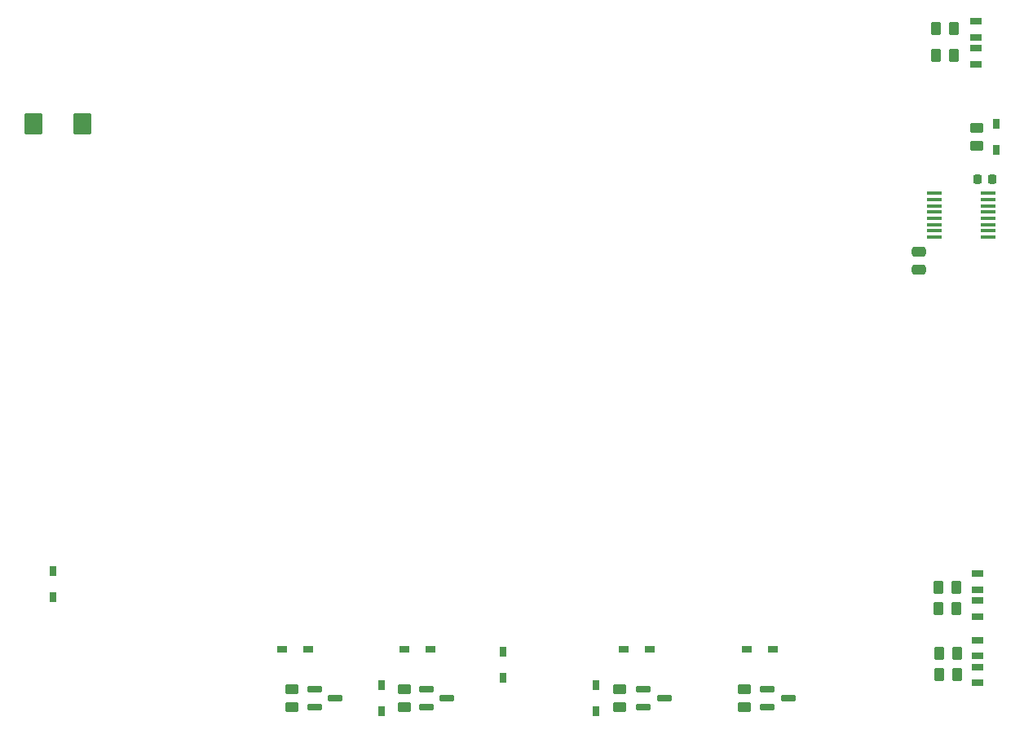
<source format=gbr>
%TF.GenerationSoftware,KiCad,Pcbnew,7.0.10-7.0.10~ubuntu22.04.1*%
%TF.CreationDate,2024-01-03T13:55:47+01:00*%
%TF.ProjectId,EEZ DIB BP3C-DM r3B3,45455a20-4449-4422-9042-5033432d444d,rev?*%
%TF.SameCoordinates,Original*%
%TF.FileFunction,Paste,Top*%
%TF.FilePolarity,Positive*%
%FSLAX46Y46*%
G04 Gerber Fmt 4.6, Leading zero omitted, Abs format (unit mm)*
G04 Created by KiCad (PCBNEW 7.0.10-7.0.10~ubuntu22.04.1) date 2024-01-03 13:55:47*
%MOMM*%
%LPD*%
G01*
G04 APERTURE LIST*
G04 Aperture macros list*
%AMRoundRect*
0 Rectangle with rounded corners*
0 $1 Rounding radius*
0 $2 $3 $4 $5 $6 $7 $8 $9 X,Y pos of 4 corners*
0 Add a 4 corners polygon primitive as box body*
4,1,4,$2,$3,$4,$5,$6,$7,$8,$9,$2,$3,0*
0 Add four circle primitives for the rounded corners*
1,1,$1+$1,$2,$3*
1,1,$1+$1,$4,$5*
1,1,$1+$1,$6,$7*
1,1,$1+$1,$8,$9*
0 Add four rect primitives between the rounded corners*
20,1,$1+$1,$2,$3,$4,$5,0*
20,1,$1+$1,$4,$5,$6,$7,0*
20,1,$1+$1,$6,$7,$8,$9,0*
20,1,$1+$1,$8,$9,$2,$3,0*%
G04 Aperture macros list end*
%ADD10RoundRect,0.225000X0.225000X0.250000X-0.225000X0.250000X-0.225000X-0.250000X0.225000X-0.250000X0*%
%ADD11RoundRect,0.050800X-0.749200X-0.124200X0.749200X-0.124200X0.749200X0.124200X-0.749200X0.124200X0*%
%ADD12R,1.295400X0.762000*%
%ADD13RoundRect,0.060036X-0.701964X-0.270164X0.701964X-0.270164X0.701964X0.270164X-0.701964X0.270164X0*%
%ADD14RoundRect,0.250000X-0.262500X-0.450000X0.262500X-0.450000X0.262500X0.450000X-0.262500X0.450000X0*%
%ADD15RoundRect,0.250000X0.450000X-0.262500X0.450000X0.262500X-0.450000X0.262500X-0.450000X-0.262500X0*%
%ADD16RoundRect,0.250000X0.262500X0.450000X-0.262500X0.450000X-0.262500X-0.450000X0.262500X-0.450000X0*%
%ADD17R,1.092200X0.762000*%
%ADD18R,0.762000X1.092200*%
%ADD19RoundRect,0.050800X-0.849200X-1.049200X0.849200X-1.049200X0.849200X1.049200X-0.849200X1.049200X0*%
%ADD20RoundRect,0.250000X-0.475000X0.250000X-0.475000X-0.250000X0.475000X-0.250000X0.475000X0.250000X0*%
G04 APERTURE END LIST*
D10*
%TO.C,C1*%
X199907100Y-89344600D03*
X198357100Y-89344600D03*
%TD*%
D11*
%TO.C,IC1*%
X193919100Y-90854600D03*
X193919100Y-91504600D03*
X193919100Y-92154600D03*
X193919100Y-92804600D03*
X193919100Y-93454600D03*
X193919100Y-94104600D03*
X193919100Y-94754600D03*
X193919100Y-95404600D03*
X199519100Y-95404600D03*
X199519100Y-94754600D03*
X199519100Y-94104600D03*
X199519100Y-93454600D03*
X199519100Y-92804600D03*
X199519100Y-92154600D03*
X199519100Y-91504600D03*
X199519100Y-90854600D03*
%TD*%
D12*
%TO.C,LED6*%
X198247000Y-77406500D03*
X198247000Y-75755500D03*
%TD*%
%TO.C,LED5*%
X198247000Y-74612500D03*
X198247000Y-72961500D03*
%TD*%
%TO.C,LED4*%
X198374100Y-130365500D03*
X198374100Y-132016500D03*
%TD*%
%TO.C,LED3*%
X198437600Y-140068400D03*
X198437600Y-141719400D03*
%TD*%
%TO.C,LED2*%
X198437600Y-137287000D03*
X198437600Y-138938000D03*
%TD*%
%TO.C,LED1*%
X198374100Y-133159600D03*
X198374100Y-134810600D03*
%TD*%
D13*
%TO.C,Q4*%
X178748600Y-143319600D03*
X176589600Y-144284800D03*
X176589600Y-142354400D03*
%TD*%
%TO.C,Q3*%
X131695100Y-143319600D03*
X129536100Y-144284800D03*
X129536100Y-142354400D03*
%TD*%
%TO.C,Q2*%
X143302900Y-143319600D03*
X141143900Y-144284800D03*
X141143900Y-142354400D03*
%TD*%
%TO.C,Q1*%
X163699100Y-142354400D03*
X163699100Y-144284800D03*
X165858100Y-143319600D03*
%TD*%
D14*
%TO.C,R10*%
X195917100Y-76517600D03*
X194092100Y-76517600D03*
%TD*%
D15*
%TO.C,R11*%
X198306600Y-84050600D03*
X198306600Y-85875600D03*
%TD*%
D16*
%TO.C,R5*%
X194346100Y-133985100D03*
X196171100Y-133985100D03*
%TD*%
%TO.C,R7*%
X194422300Y-140893900D03*
X196247300Y-140893900D03*
%TD*%
D17*
%TO.C,D6*%
X174405200Y-138239600D03*
X177123000Y-138239600D03*
%TD*%
D15*
%TO.C,R1*%
X161222600Y-142407100D03*
X161222600Y-144232100D03*
%TD*%
D17*
%TO.C,D5*%
X126145200Y-138239600D03*
X128863000Y-138239600D03*
%TD*%
D15*
%TO.C,R3*%
X127186600Y-142407100D03*
X127186600Y-144232100D03*
%TD*%
D14*
%TO.C,R9*%
X195917100Y-73723600D03*
X194092100Y-73723600D03*
%TD*%
D17*
%TO.C,D4*%
X138845200Y-138239600D03*
X141563000Y-138239600D03*
%TD*%
D18*
%TO.C,D8*%
X200338600Y-86322000D03*
X200338600Y-83604200D03*
%TD*%
%TO.C,ZD1*%
X149094100Y-141186000D03*
X149094100Y-138468200D03*
%TD*%
D16*
%TO.C,R8*%
X194346100Y-131762600D03*
X196171100Y-131762600D03*
%TD*%
D18*
%TO.C,D1*%
X158809600Y-141960700D03*
X158809600Y-144678500D03*
%TD*%
%TO.C,D2*%
X136521100Y-144678500D03*
X136521100Y-141960700D03*
%TD*%
D19*
%TO.C,D7*%
X100316100Y-83629600D03*
X105416100Y-83629600D03*
%TD*%
D17*
%TO.C,D3*%
X161641700Y-138239600D03*
X164359500Y-138239600D03*
%TD*%
D20*
%TO.C,C2*%
X192274100Y-96903600D03*
X192274100Y-98803600D03*
%TD*%
D15*
%TO.C,R4*%
X174176600Y-142407100D03*
X174176600Y-144232100D03*
%TD*%
D16*
%TO.C,R6*%
X194422300Y-138671400D03*
X196247300Y-138671400D03*
%TD*%
D18*
%TO.C,D9*%
X102421600Y-130086200D03*
X102421600Y-132804000D03*
%TD*%
D15*
%TO.C,R2*%
X138870600Y-142407100D03*
X138870600Y-144232100D03*
%TD*%
M02*

</source>
